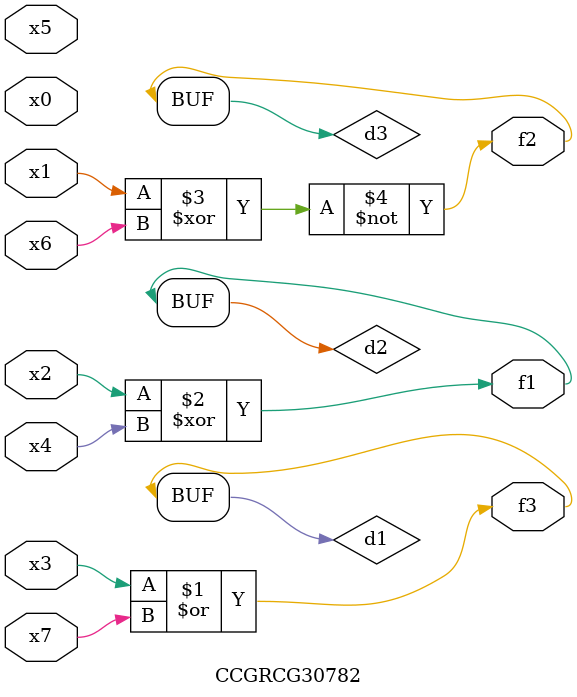
<source format=v>
module CCGRCG30782(
	input x0, x1, x2, x3, x4, x5, x6, x7,
	output f1, f2, f3
);

	wire d1, d2, d3;

	or (d1, x3, x7);
	xor (d2, x2, x4);
	xnor (d3, x1, x6);
	assign f1 = d2;
	assign f2 = d3;
	assign f3 = d1;
endmodule

</source>
